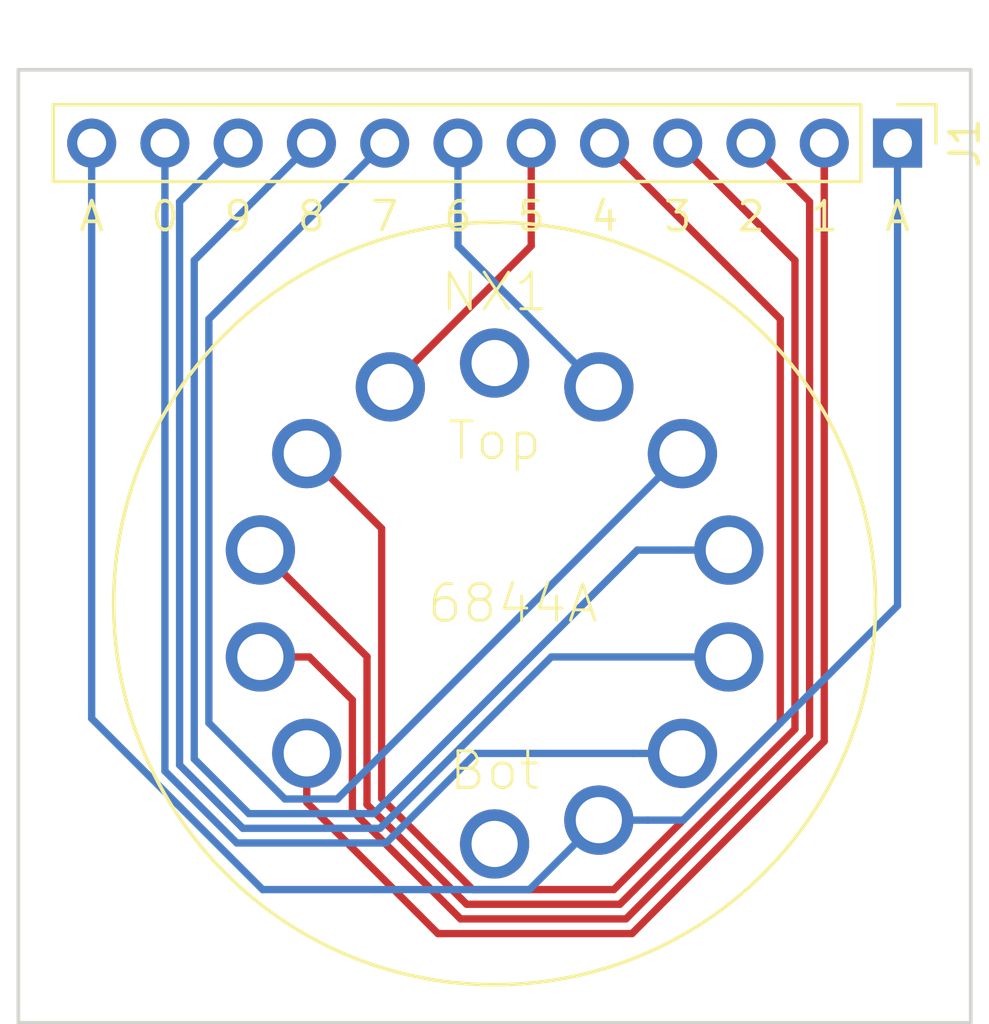
<source format=kicad_pcb>
(kicad_pcb (version 20170123) (host pcbnew "(2017-03-27 revision c7c172d36)-makepkg")

  (general
    (links 12)
    (no_connects 12)
    (area 113.4985 53.257666 148.2565 88.963501)
    (thickness 1.6)
    (drawings 17)
    (tracks 70)
    (zones 0)
    (modules 2)
    (nets 12)
  )

  (page A4)
  (layers
    (0 F.Cu signal)
    (31 B.Cu signal)
    (32 B.Adhes user)
    (33 F.Adhes user)
    (34 B.Paste user)
    (35 F.Paste user)
    (36 B.SilkS user)
    (37 F.SilkS user)
    (38 B.Mask user)
    (39 F.Mask user)
    (40 Dwgs.User user)
    (41 Cmts.User user)
    (42 Eco1.User user)
    (43 Eco2.User user)
    (44 Edge.Cuts user)
    (45 Margin user)
    (46 B.CrtYd user)
    (47 F.CrtYd user)
    (48 B.Fab user)
    (49 F.Fab user)
  )

  (setup
    (last_trace_width 0.254)
    (user_trace_width 0.1524)
    (user_trace_width 0.2)
    (user_trace_width 0.25)
    (user_trace_width 0.3)
    (user_trace_width 0.4)
    (user_trace_width 0.5)
    (user_trace_width 0.6)
    (user_trace_width 0.8)
    (user_trace_width 1)
    (user_trace_width 1.2)
    (user_trace_width 1.5)
    (user_trace_width 2)
    (trace_clearance 0.254)
    (zone_clearance 0.1524)
    (zone_45_only no)
    (trace_min 0.1524)
    (segment_width 0.127)
    (edge_width 0.127)
    (via_size 0.6858)
    (via_drill 0.3302)
    (via_min_size 0.6858)
    (via_min_drill 0.3302)
    (uvia_size 0.508)
    (uvia_drill 0.127)
    (uvias_allowed no)
    (uvia_min_size 0.508)
    (uvia_min_drill 0.127)
    (pcb_text_width 0.127)
    (pcb_text_size 0.6 0.6)
    (mod_edge_width 0.127)
    (mod_text_size 0.6 0.6)
    (mod_text_width 0.127)
    (pad_size 1.524 1.524)
    (pad_drill 0.762)
    (pad_to_mask_clearance 0.05)
    (pad_to_paste_clearance -0.04)
    (aux_axis_origin 0 0)
    (visible_elements 7FFFFFFF)
    (pcbplotparams
      (layerselection 0x3ffff_80000001)
      (usegerberextensions true)
      (usegerberattributes true)
      (excludeedgelayer true)
      (linewidth 0.127000)
      (plotframeref false)
      (viasonmask false)
      (mode 1)
      (useauxorigin false)
      (hpglpennumber 1)
      (hpglpenspeed 20)
      (hpglpendiameter 15)
      (psnegative false)
      (psa4output false)
      (plotreference true)
      (plotvalue true)
      (plotinvisibletext false)
      (padsonsilk false)
      (subtractmaskfromsilk false)
      (outputformat 1)
      (mirror false)
      (drillshape 0)
      (scaleselection 1)
      (outputdirectory CAM/))
  )

  (net 0 "")
  (net 1 "Net-(J1-Pad1)")
  (net 2 "Net-(J1-Pad11)")
  (net 3 "Net-(J1-Pad10)")
  (net 4 "Net-(J1-Pad9)")
  (net 5 "Net-(J1-Pad8)")
  (net 6 "Net-(J1-Pad7)")
  (net 7 "Net-(J1-Pad6)")
  (net 8 "Net-(J1-Pad5)")
  (net 9 "Net-(J1-Pad4)")
  (net 10 "Net-(J1-Pad3)")
  (net 11 "Net-(J1-Pad2)")

  (net_class Default "Dit is de standaard class."
    (clearance 0.254)
    (trace_width 0.254)
    (via_dia 0.6858)
    (via_drill 0.3302)
    (uvia_dia 0.508)
    (uvia_drill 0.127)
    (add_net "Net-(J1-Pad1)")
    (add_net "Net-(J1-Pad10)")
    (add_net "Net-(J1-Pad11)")
    (add_net "Net-(J1-Pad2)")
    (add_net "Net-(J1-Pad3)")
    (add_net "Net-(J1-Pad4)")
    (add_net "Net-(J1-Pad5)")
    (add_net "Net-(J1-Pad6)")
    (add_net "Net-(J1-Pad7)")
    (add_net "Net-(J1-Pad8)")
    (add_net "Net-(J1-Pad9)")
  )

  (net_class 0.2mm ""
    (clearance 0.2)
    (trace_width 0.2)
    (via_dia 0.6858)
    (via_drill 0.3302)
    (uvia_dia 0.508)
    (uvia_drill 0.127)
  )

  (net_class Minimal ""
    (clearance 0.1524)
    (trace_width 0.1524)
    (via_dia 0.6858)
    (via_drill 0.3302)
    (uvia_dia 0.508)
    (uvia_drill 0.127)
  )

  (module Pin_Headers:Pin_Header_Straight_1x12_Pitch2.54mm (layer F.Cu) (tedit 58E2EBB1) (tstamp 58E2D350)
    (at 144.78 58.42 270)
    (descr "Through hole straight pin header, 1x12, 2.54mm pitch, single row")
    (tags "Through hole pin header THT 1x12 2.54mm single row")
    (path /58E2D1EA)
    (fp_text reference J1 (at 0 -2.33 270) (layer F.SilkS)
      (effects (font (size 1 1) (thickness 0.15)))
    )
    (fp_text value CONN_01X12 (at 0 30.27 270) (layer F.Fab)
      (effects (font (size 1 1) (thickness 0.15)))
    )
    (fp_text user %R (at 0 -2.33 270) (layer F.Fab)
      (effects (font (size 1 1) (thickness 0.15)))
    )
    (fp_line (start 1.8 -1.8) (end -1.8 -1.8) (layer F.CrtYd) (width 0.05))
    (fp_line (start 1.8 29.75) (end 1.8 -1.8) (layer F.CrtYd) (width 0.05))
    (fp_line (start -1.8 29.75) (end 1.8 29.75) (layer F.CrtYd) (width 0.05))
    (fp_line (start -1.8 -1.8) (end -1.8 29.75) (layer F.CrtYd) (width 0.05))
    (fp_line (start -1.33 -1.33) (end 0 -1.33) (layer F.SilkS) (width 0.12))
    (fp_line (start -1.33 0) (end -1.33 -1.33) (layer F.SilkS) (width 0.12))
    (fp_line (start 1.33 1.27) (end -1.33 1.27) (layer F.SilkS) (width 0.12))
    (fp_line (start 1.33 29.27) (end 1.33 1.27) (layer F.SilkS) (width 0.12))
    (fp_line (start -1.33 29.27) (end 1.33 29.27) (layer F.SilkS) (width 0.12))
    (fp_line (start -1.33 1.27) (end -1.33 29.27) (layer F.SilkS) (width 0.12))
    (fp_line (start 1.27 -1.27) (end -1.27 -1.27) (layer F.Fab) (width 0.1))
    (fp_line (start 1.27 29.21) (end 1.27 -1.27) (layer F.Fab) (width 0.1))
    (fp_line (start -1.27 29.21) (end 1.27 29.21) (layer F.Fab) (width 0.1))
    (fp_line (start -1.27 -1.27) (end -1.27 29.21) (layer F.Fab) (width 0.1))
    (pad 12 thru_hole oval (at 0 27.94 270) (size 1.7 1.7) (drill 1) (layers *.Cu *.Mask)
      (net 1 "Net-(J1-Pad1)"))
    (pad 11 thru_hole oval (at 0 25.4 270) (size 1.7 1.7) (drill 1) (layers *.Cu *.Mask)
      (net 2 "Net-(J1-Pad11)"))
    (pad 10 thru_hole oval (at 0 22.86 270) (size 1.7 1.7) (drill 1) (layers *.Cu *.Mask)
      (net 3 "Net-(J1-Pad10)"))
    (pad 9 thru_hole oval (at 0 20.32 270) (size 1.7 1.7) (drill 1) (layers *.Cu *.Mask)
      (net 4 "Net-(J1-Pad9)"))
    (pad 8 thru_hole oval (at 0 17.78 270) (size 1.7 1.7) (drill 1) (layers *.Cu *.Mask)
      (net 5 "Net-(J1-Pad8)"))
    (pad 7 thru_hole oval (at 0 15.24 270) (size 1.7 1.7) (drill 1) (layers *.Cu *.Mask)
      (net 6 "Net-(J1-Pad7)"))
    (pad 6 thru_hole oval (at 0 12.7 270) (size 1.7 1.7) (drill 1) (layers *.Cu *.Mask)
      (net 7 "Net-(J1-Pad6)"))
    (pad 5 thru_hole oval (at 0 10.16 270) (size 1.7 1.7) (drill 1) (layers *.Cu *.Mask)
      (net 8 "Net-(J1-Pad5)"))
    (pad 4 thru_hole oval (at 0 7.62 270) (size 1.7 1.7) (drill 1) (layers *.Cu *.Mask)
      (net 9 "Net-(J1-Pad4)"))
    (pad 3 thru_hole oval (at 0 5.08 270) (size 1.7 1.7) (drill 1) (layers *.Cu *.Mask)
      (net 10 "Net-(J1-Pad3)"))
    (pad 2 thru_hole oval (at 0 2.54 270) (size 1.7 1.7) (drill 1) (layers *.Cu *.Mask)
      (net 11 "Net-(J1-Pad2)"))
    (pad 1 thru_hole rect (at 0 0 270) (size 1.7 1.7) (drill 1) (layers *.Cu *.Mask)
      (net 1 "Net-(J1-Pad1)"))
    (model ${KISYS3DMOD}/Pin_Headers.3dshapes/Pin_Header_Straight_1x12_Pitch2.54mm.wrl
      (at (xyz 0 -0.55 0))
      (scale (xyz 1 1 1))
      (rotate (xyz 0 0 90))
    )
  )

  (module mynixies:mynixies-6844A-D-SUB (layer F.Cu) (tedit 200000) (tstamp 58E2D364)
    (at 130.81 74.3712)
    (descr "THIS FOOTPRINT USES FEMALE D-SUB PINS AS 'SOCKETS'.")
    (tags "THIS FOOTPRINT USES FEMALE D-SUB PINS AS 'SOCKETS'.")
    (path /58E2D24B)
    (attr virtual)
    (fp_text reference NX1 (at 0 -10.795) (layer F.SilkS)
      (effects (font (size 1.27 1.27) (thickness 0.1016)))
    )
    (fp_text value 6844A (at 0.635 0) (layer F.SilkS)
      (effects (font (size 1.27 1.27) (thickness 0.1016)))
    )
    (fp_circle (center 0 0) (end 0 -13.208) (layer F.SilkS) (width 0.127))
    (fp_text user Bot (at 0 5.7912) (layer F.SilkS)
      (effects (font (size 1.27 1.27) (thickness 0.1016)))
    )
    (fp_text user Top (at 0 -5.6388) (layer F.SilkS)
      (effects (font (size 1.27 1.27) (thickness 0.1016)))
    )
    (pad 0 thru_hole circle (at 6.51256 5.1943) (size 2.4003 2.4003) (drill 1.6002) (layers *.Cu *.Paste *.Mask)
      (net 2 "Net-(J1-Pad11)"))
    (pad 1 thru_hole circle (at -6.51256 5.19176) (size 2.4003 2.4003) (drill 1.6002) (layers *.Cu *.Paste *.Mask)
      (net 11 "Net-(J1-Pad2)"))
    (pad 2 thru_hole circle (at -8.12038 1.85166) (size 2.4003 2.4003) (drill 1.6002) (layers *.Cu *.Paste *.Mask)
      (net 10 "Net-(J1-Pad3)"))
    (pad 3 thru_hole circle (at -8.12038 -1.8542) (size 2.4003 2.4003) (drill 1.6002) (layers *.Cu *.Paste *.Mask)
      (net 9 "Net-(J1-Pad4)"))
    (pad 4 thru_hole circle (at -6.51256 -5.1943) (size 2.4003 2.4003) (drill 1.6002) (layers *.Cu *.Paste *.Mask)
      (net 8 "Net-(J1-Pad5)"))
    (pad 5 thru_hole circle (at -3.61442 -7.5057) (size 2.4003 2.4003) (drill 1.6002) (layers *.Cu *.Paste *.Mask)
      (net 7 "Net-(J1-Pad6)"))
    (pad 6 thru_hole circle (at 3.61442 -7.5057) (size 2.4003 2.4003) (drill 1.6002) (layers *.Cu *.Paste *.Mask)
      (net 6 "Net-(J1-Pad7)"))
    (pad 7 thru_hole circle (at 6.51256 -5.19176) (size 2.4003 2.4003) (drill 1.6002) (layers *.Cu *.Paste *.Mask)
      (net 5 "Net-(J1-Pad8)"))
    (pad 8 thru_hole circle (at 8.12038 -1.85166) (size 2.4003 2.4003) (drill 1.6002) (layers *.Cu *.Paste *.Mask)
      (net 4 "Net-(J1-Pad9)"))
    (pad 9 thru_hole circle (at 8.12038 1.85166) (size 2.4003 2.4003) (drill 1.6002) (layers *.Cu *.Paste *.Mask)
      (net 3 "Net-(J1-Pad10)"))
    (pad A thru_hole circle (at 3.61442 7.5057) (size 2.4003 2.4003) (drill 1.6002) (layers *.Cu *.Paste *.Mask)
      (net 1 "Net-(J1-Pad1)"))
    (pad N/C thru_hole circle (at 0 8.3312) (size 2.4003 2.4003) (drill 1.6002) (layers *.Cu *.Paste *.Mask))
    (pad N/C2 thru_hole circle (at 0 -8.3312) (size 2.4003 2.4003) (drill 1.6002) (layers *.Cu *.Paste *.Mask))
  )

  (gr_text A (at 144.78 60.96) (layer F.SilkS)
    (effects (font (size 1 1) (thickness 0.127)))
  )
  (gr_text 1 (at 142.24 60.96) (layer F.SilkS)
    (effects (font (size 1 1) (thickness 0.127)))
  )
  (gr_text 2 (at 139.7 60.96) (layer F.SilkS)
    (effects (font (size 1 1) (thickness 0.127)))
  )
  (gr_text 3 (at 137.16 60.96) (layer F.SilkS)
    (effects (font (size 1 1) (thickness 0.127)))
  )
  (gr_text 4 (at 134.62 60.96) (layer F.SilkS)
    (effects (font (size 1 1) (thickness 0.127)))
  )
  (gr_text 5 (at 132.08 60.96) (layer F.SilkS)
    (effects (font (size 1 1) (thickness 0.127)))
  )
  (gr_text 6 (at 129.54 60.96) (layer F.SilkS)
    (effects (font (size 1 1) (thickness 0.127)))
  )
  (gr_text 7 (at 127 60.96) (layer F.SilkS)
    (effects (font (size 1 1) (thickness 0.127)))
  )
  (gr_text 8 (at 124.46 60.96) (layer F.SilkS)
    (effects (font (size 1 1) (thickness 0.127)))
  )
  (gr_text 9 (at 121.92 60.96) (layer F.SilkS)
    (effects (font (size 1 1) (thickness 0.127)))
  )
  (gr_text 0 (at 119.38 60.96) (layer F.SilkS)
    (effects (font (size 1 1) (thickness 0.127)))
  )
  (gr_text A (at 116.84 60.96) (layer F.SilkS)
    (effects (font (size 1 1) (thickness 0.127)))
  )
  (gr_line (start 114.3 88.9) (end 114.3 88.9) (layer Edge.Cuts) (width 0.127) (tstamp 58E2D45F))
  (gr_line (start 147.32 88.9) (end 114.3 88.9) (layer Edge.Cuts) (width 0.127))
  (gr_line (start 147.32 55.88) (end 147.32 88.9) (layer Edge.Cuts) (width 0.127))
  (gr_line (start 114.3 55.88) (end 147.32 55.88) (layer Edge.Cuts) (width 0.127))
  (gr_line (start 114.3 88.9) (end 114.3 55.88) (layer Edge.Cuts) (width 0.127))

  (segment (start 116.84 58.42) (end 116.84 78.355307) (width 0.254) (layer B.Cu) (net 1))
  (segment (start 116.84 78.355307) (end 122.768244 84.283551) (width 0.254) (layer B.Cu) (net 1))
  (segment (start 122.768244 84.283551) (end 132.017769 84.283551) (width 0.254) (layer B.Cu) (net 1))
  (segment (start 132.017769 84.283551) (end 133.224271 83.077049) (width 0.254) (layer B.Cu) (net 1))
  (segment (start 133.224271 83.077049) (end 134.42442 81.8769) (width 0.254) (layer B.Cu) (net 1))
  (segment (start 144.78 58.42) (end 144.78 74.448164) (width 0.254) (layer B.Cu) (net 1))
  (segment (start 144.78 74.448164) (end 137.351264 81.8769) (width 0.254) (layer B.Cu) (net 1))
  (segment (start 137.351264 81.8769) (end 136.121688 81.8769) (width 0.254) (layer B.Cu) (net 1))
  (segment (start 136.121688 81.8769) (end 134.42442 81.8769) (width 0.254) (layer B.Cu) (net 1))
  (segment (start 119.38 80.176868) (end 121.871272 82.66814) (width 0.254) (layer B.Cu) (net 2))
  (segment (start 130.15137 79.5655) (end 135.625292 79.5655) (width 0.254) (layer B.Cu) (net 2))
  (segment (start 121.871272 82.66814) (end 127.048731 82.668139) (width 0.254) (layer B.Cu) (net 2))
  (segment (start 119.38 58.42) (end 119.38 80.176868) (width 0.254) (layer B.Cu) (net 2))
  (segment (start 127.048731 82.668139) (end 130.15137 79.5655) (width 0.254) (layer B.Cu) (net 2))
  (segment (start 135.625292 79.5655) (end 137.32256 79.5655) (width 0.254) (layer B.Cu) (net 2))
  (segment (start 137.233112 76.22286) (end 138.93038 76.22286) (width 0.254) (layer B.Cu) (net 3))
  (segment (start 126.838305 82.160129) (end 132.775574 76.22286) (width 0.254) (layer B.Cu) (net 3))
  (segment (start 119.888013 79.966447) (end 122.081696 82.16013) (width 0.254) (layer B.Cu) (net 3))
  (segment (start 121.92 58.42) (end 119.888013 60.451987) (width 0.254) (layer B.Cu) (net 3))
  (segment (start 119.888013 60.451987) (end 119.888013 79.966447) (width 0.254) (layer B.Cu) (net 3))
  (segment (start 132.775574 76.22286) (end 137.233112 76.22286) (width 0.254) (layer B.Cu) (net 3))
  (segment (start 122.081696 82.16013) (end 126.838305 82.160129) (width 0.254) (layer B.Cu) (net 3))
  (segment (start 120.396022 79.756022) (end 122.29212 81.65212) (width 0.254) (layer B.Cu) (net 4))
  (segment (start 126.62788 81.65212) (end 135.76046 72.51954) (width 0.254) (layer B.Cu) (net 4))
  (segment (start 120.396022 62.483978) (end 120.396022 79.756022) (width 0.254) (layer B.Cu) (net 4))
  (segment (start 137.233112 72.51954) (end 138.93038 72.51954) (width 0.254) (layer B.Cu) (net 4))
  (segment (start 122.29212 81.65212) (end 126.62788 81.65212) (width 0.254) (layer B.Cu) (net 4))
  (segment (start 135.76046 72.51954) (end 137.233112 72.51954) (width 0.254) (layer B.Cu) (net 4))
  (segment (start 124.46 58.42) (end 120.396022 62.483978) (width 0.254) (layer B.Cu) (net 4))
  (segment (start 123.538487 81.144111) (end 125.357889 81.144111) (width 0.254) (layer B.Cu) (net 5))
  (segment (start 136.122411 70.379589) (end 137.32256 69.17944) (width 0.254) (layer B.Cu) (net 5))
  (segment (start 120.904032 78.509655) (end 123.538487 81.144111) (width 0.254) (layer B.Cu) (net 5))
  (segment (start 127 58.42) (end 120.904032 64.515968) (width 0.254) (layer B.Cu) (net 5))
  (segment (start 125.357889 81.144111) (end 136.122411 70.379589) (width 0.254) (layer B.Cu) (net 5))
  (segment (start 120.904032 64.515968) (end 120.904032 78.509655) (width 0.254) (layer B.Cu) (net 5))
  (segment (start 129.54 58.42) (end 129.54 61.98108) (width 0.254) (layer B.Cu) (net 6))
  (segment (start 129.54 61.98108) (end 134.42442 66.8655) (width 0.254) (layer B.Cu) (net 6))
  (segment (start 132.08 58.42) (end 132.08 61.98108) (width 0.254) (layer F.Cu) (net 7))
  (segment (start 132.08 61.98108) (end 127.19558 66.8655) (width 0.254) (layer F.Cu) (net 7))
  (segment (start 134.944612 84.283552) (end 130.051048 84.283552) (width 0.254) (layer F.Cu) (net 8))
  (segment (start 134.62 58.42) (end 140.715967 64.515967) (width 0.254) (layer F.Cu) (net 8))
  (segment (start 130.051048 84.283552) (end 126.894613 81.127117) (width 0.254) (layer F.Cu) (net 8))
  (segment (start 140.715967 78.512197) (end 134.944612 84.283552) (width 0.254) (layer F.Cu) (net 8))
  (segment (start 126.894611 71.774071) (end 125.497589 70.377049) (width 0.254) (layer F.Cu) (net 8))
  (segment (start 125.497589 70.377049) (end 124.29744 69.1769) (width 0.254) (layer F.Cu) (net 8))
  (segment (start 126.894613 81.127117) (end 126.894611 71.774071) (width 0.254) (layer F.Cu) (net 8))
  (segment (start 140.715967 64.515967) (end 140.715967 78.512197) (width 0.254) (layer F.Cu) (net 8))
  (segment (start 126.386602 76.213982) (end 123.889769 73.717149) (width 0.254) (layer F.Cu) (net 9))
  (segment (start 141.223978 78.722622) (end 135.155037 84.791563) (width 0.254) (layer F.Cu) (net 9))
  (segment (start 141.223978 62.483978) (end 141.223978 78.722622) (width 0.254) (layer F.Cu) (net 9))
  (segment (start 129.840623 84.791563) (end 126.386602 81.337542) (width 0.254) (layer F.Cu) (net 9))
  (segment (start 126.386602 81.337542) (end 126.386602 76.213982) (width 0.254) (layer F.Cu) (net 9))
  (segment (start 123.889769 73.717149) (end 122.68962 72.517) (width 0.254) (layer F.Cu) (net 9))
  (segment (start 137.16 58.42) (end 141.223978 62.483978) (width 0.254) (layer F.Cu) (net 9))
  (segment (start 135.155037 84.791563) (end 129.840623 84.791563) (width 0.254) (layer F.Cu) (net 9))
  (segment (start 124.386888 76.22286) (end 122.68962 76.22286) (width 0.254) (layer F.Cu) (net 10))
  (segment (start 125.878591 77.714563) (end 124.386888 76.22286) (width 0.254) (layer F.Cu) (net 10))
  (segment (start 125.878592 81.547966) (end 125.878591 77.714563) (width 0.254) (layer F.Cu) (net 10))
  (segment (start 135.365461 85.299573) (end 129.630198 85.299572) (width 0.254) (layer F.Cu) (net 10))
  (segment (start 141.731989 78.933047) (end 141.610085 79.054949) (width 0.254) (layer F.Cu) (net 10))
  (segment (start 141.610085 79.054949) (end 135.365461 85.299573) (width 0.254) (layer F.Cu) (net 10))
  (segment (start 139.7 58.42) (end 141.731989 60.451989) (width 0.254) (layer F.Cu) (net 10))
  (segment (start 129.630198 85.299572) (end 125.878592 81.547966) (width 0.254) (layer F.Cu) (net 10))
  (segment (start 141.731989 60.451989) (end 141.731989 78.933047) (width 0.254) (layer F.Cu) (net 10))
  (segment (start 124.29744 81.260228) (end 124.29744 79.56296) (width 0.254) (layer F.Cu) (net 11))
  (segment (start 142.24 58.42) (end 142.24 79.143471) (width 0.254) (layer F.Cu) (net 11))
  (segment (start 142.24 79.143471) (end 135.575885 85.807583) (width 0.254) (layer F.Cu) (net 11))
  (segment (start 135.575885 85.807583) (end 128.844794 85.807582) (width 0.254) (layer F.Cu) (net 11))
  (segment (start 128.844794 85.807582) (end 124.29744 81.260228) (width 0.254) (layer F.Cu) (net 11))
  (segment (start 142.24 58.42) (end 142.24 59.69) (width 0.254) (layer F.Cu) (net 11))

)

</source>
